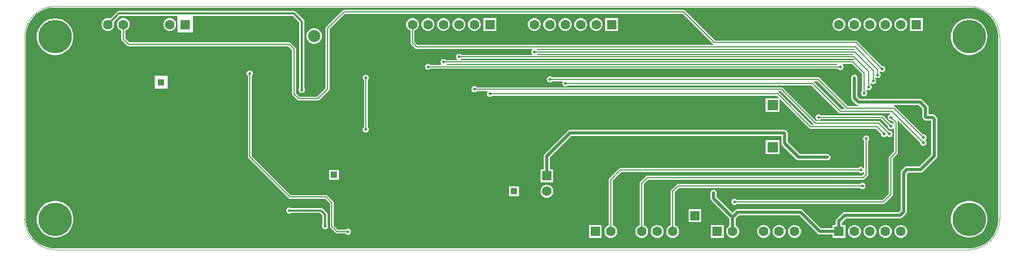
<source format=gbl>
G04*
G04 #@! TF.GenerationSoftware,Altium Limited,Altium Designer,23.8.1 (32)*
G04*
G04 Layer_Physical_Order=2*
G04 Layer_Color=16711680*
%FSAX44Y44*%
%MOMM*%
G71*
G04*
G04 #@! TF.SameCoordinates,78110BDE-5C4C-41F2-AE8D-2B4B6642ACCE*
G04*
G04*
G04 #@! TF.FilePolarity,Positive*
G04*
G01*
G75*
%ADD11C,0.3000*%
%ADD70C,0.1000*%
%ADD117C,0.5000*%
%ADD120C,0.1270*%
%ADD128C,2.0000*%
%ADD129C,1.1000*%
%ADD130R,1.1000X1.1000*%
%ADD131R,1.1000X1.1000*%
%ADD132R,1.6000X1.6000*%
%ADD133C,1.6000*%
%ADD134R,1.7250X1.7250*%
%ADD135R,1.6000X1.6000*%
%ADD136C,5.5000*%
%ADD137C,0.5000*%
G36*
X02850000Y02197961D02*
X02853144Y02197961D01*
X02859377Y02197140D01*
X02865450Y02195513D01*
X02871258Y02193107D01*
X02876703Y02189964D01*
X02881690Y02186136D01*
X02886136Y02181691D01*
X02889963Y02176703D01*
X02893107Y02171258D01*
X02895513Y02165450D01*
X02897140Y02159377D01*
X02897961Y02153143D01*
X02897961Y02150000D01*
Y01850000D01*
Y01846857D01*
X02897140Y01840623D01*
X02895513Y01834550D01*
X02893107Y01828742D01*
X02889964Y01823297D01*
X02886136Y01818309D01*
X02881691Y01813864D01*
X02876703Y01810036D01*
X02871258Y01806893D01*
X02865450Y01804487D01*
X02859377Y01802860D01*
X02853144Y01802039D01*
X02850000D01*
X01350000Y01802039D01*
X01346856Y01802039D01*
X01340623Y01802860D01*
X01334550Y01804487D01*
X01328742Y01806893D01*
X01323297Y01810036D01*
X01318309Y01813864D01*
X01313864Y01818309D01*
X01310036Y01823297D01*
X01306893Y01828742D01*
X01304487Y01834550D01*
X01302860Y01840623D01*
X01302039Y01846857D01*
Y01850000D01*
X01302039Y02150000D01*
Y02153143D01*
X01302860Y02159377D01*
X01304487Y02165450D01*
X01306893Y02171258D01*
X01310036Y02176703D01*
X01313864Y02181691D01*
X01318309Y02186136D01*
X01323297Y02189964D01*
X01328742Y02193107D01*
X01334550Y02195513D01*
X01340623Y02197140D01*
X01346856Y02197961D01*
X01350000Y02197961D01*
X02850000Y02197961D01*
D02*
G37*
%LPC*%
G36*
X02774000Y02180500D02*
X02753000D01*
Y02159500D01*
X02774000D01*
Y02180500D01*
D02*
G37*
G36*
X02739482D02*
X02736718D01*
X02734047Y02179784D01*
X02731653Y02178402D01*
X02729698Y02176447D01*
X02728316Y02174053D01*
X02727600Y02171382D01*
Y02168618D01*
X02728316Y02165947D01*
X02729698Y02163553D01*
X02731653Y02161598D01*
X02734047Y02160216D01*
X02736718Y02159500D01*
X02739482D01*
X02742153Y02160216D01*
X02744547Y02161598D01*
X02746502Y02163553D01*
X02747885Y02165947D01*
X02748600Y02168618D01*
Y02171382D01*
X02747885Y02174053D01*
X02746502Y02176447D01*
X02744547Y02178402D01*
X02742153Y02179784D01*
X02739482Y02180500D01*
D02*
G37*
G36*
X02714082D02*
X02711318D01*
X02708647Y02179784D01*
X02706253Y02178402D01*
X02704298Y02176447D01*
X02702916Y02174053D01*
X02702200Y02171382D01*
Y02168618D01*
X02702916Y02165947D01*
X02704298Y02163553D01*
X02706253Y02161598D01*
X02708647Y02160216D01*
X02711318Y02159500D01*
X02714082D01*
X02716753Y02160216D01*
X02719147Y02161598D01*
X02721102Y02163553D01*
X02722484Y02165947D01*
X02723200Y02168618D01*
Y02171382D01*
X02722484Y02174053D01*
X02721102Y02176447D01*
X02719147Y02178402D01*
X02716753Y02179784D01*
X02714082Y02180500D01*
D02*
G37*
G36*
X02688682D02*
X02685918D01*
X02683247Y02179784D01*
X02680853Y02178402D01*
X02678898Y02176447D01*
X02677516Y02174053D01*
X02676800Y02171382D01*
Y02168618D01*
X02677516Y02165947D01*
X02678898Y02163553D01*
X02680853Y02161598D01*
X02683247Y02160216D01*
X02685918Y02159500D01*
X02688682D01*
X02691353Y02160216D01*
X02693747Y02161598D01*
X02695702Y02163553D01*
X02697084Y02165947D01*
X02697800Y02168618D01*
Y02171382D01*
X02697084Y02174053D01*
X02695702Y02176447D01*
X02693747Y02178402D01*
X02691353Y02179784D01*
X02688682Y02180500D01*
D02*
G37*
G36*
X02663282D02*
X02660518D01*
X02657847Y02179784D01*
X02655453Y02178402D01*
X02653498Y02176447D01*
X02652115Y02174053D01*
X02651400Y02171382D01*
Y02168618D01*
X02652115Y02165947D01*
X02653498Y02163553D01*
X02655453Y02161598D01*
X02657847Y02160216D01*
X02660518Y02159500D01*
X02663282D01*
X02665953Y02160216D01*
X02668347Y02161598D01*
X02670302Y02163553D01*
X02671684Y02165947D01*
X02672400Y02168618D01*
Y02171382D01*
X02671684Y02174053D01*
X02670302Y02176447D01*
X02668347Y02178402D01*
X02665953Y02179784D01*
X02663282Y02180500D01*
D02*
G37*
G36*
X02637882D02*
X02635117D01*
X02632447Y02179784D01*
X02630053Y02178402D01*
X02628098Y02176447D01*
X02626716Y02174053D01*
X02626000Y02171382D01*
Y02168618D01*
X02626716Y02165947D01*
X02628098Y02163553D01*
X02630053Y02161598D01*
X02632447Y02160216D01*
X02635117Y02159500D01*
X02637882D01*
X02640553Y02160216D01*
X02642947Y02161598D01*
X02644902Y02163553D01*
X02646284Y02165947D01*
X02647000Y02168618D01*
Y02171382D01*
X02646284Y02174053D01*
X02644902Y02176447D01*
X02642947Y02178402D01*
X02640553Y02179784D01*
X02637882Y02180500D01*
D02*
G37*
G36*
X02274000D02*
X02253000D01*
Y02159500D01*
X02274000D01*
Y02180500D01*
D02*
G37*
G36*
X02239482D02*
X02236718D01*
X02234047Y02179784D01*
X02231653Y02178402D01*
X02229698Y02176447D01*
X02228316Y02174053D01*
X02227600Y02171382D01*
Y02168618D01*
X02228316Y02165947D01*
X02229698Y02163553D01*
X02231653Y02161598D01*
X02234047Y02160216D01*
X02236718Y02159500D01*
X02239482D01*
X02242153Y02160216D01*
X02244547Y02161598D01*
X02246502Y02163553D01*
X02247884Y02165947D01*
X02248600Y02168618D01*
Y02171382D01*
X02247884Y02174053D01*
X02246502Y02176447D01*
X02244547Y02178402D01*
X02242153Y02179784D01*
X02239482Y02180500D01*
D02*
G37*
G36*
X02214082D02*
X02211318D01*
X02208647Y02179784D01*
X02206253Y02178402D01*
X02204298Y02176447D01*
X02202916Y02174053D01*
X02202200Y02171382D01*
Y02168618D01*
X02202916Y02165947D01*
X02204298Y02163553D01*
X02206253Y02161598D01*
X02208647Y02160216D01*
X02211318Y02159500D01*
X02214082D01*
X02216753Y02160216D01*
X02219147Y02161598D01*
X02221102Y02163553D01*
X02222484Y02165947D01*
X02223200Y02168618D01*
Y02171382D01*
X02222484Y02174053D01*
X02221102Y02176447D01*
X02219147Y02178402D01*
X02216753Y02179784D01*
X02214082Y02180500D01*
D02*
G37*
G36*
X02188682D02*
X02185918D01*
X02183247Y02179784D01*
X02180853Y02178402D01*
X02178898Y02176447D01*
X02177516Y02174053D01*
X02176800Y02171382D01*
Y02168618D01*
X02177516Y02165947D01*
X02178898Y02163553D01*
X02180853Y02161598D01*
X02183247Y02160216D01*
X02185918Y02159500D01*
X02188682D01*
X02191353Y02160216D01*
X02193747Y02161598D01*
X02195702Y02163553D01*
X02197084Y02165947D01*
X02197800Y02168618D01*
Y02171382D01*
X02197084Y02174053D01*
X02195702Y02176447D01*
X02193747Y02178402D01*
X02191353Y02179784D01*
X02188682Y02180500D01*
D02*
G37*
G36*
X02163282D02*
X02160518D01*
X02157847Y02179784D01*
X02155453Y02178402D01*
X02153498Y02176447D01*
X02152116Y02174053D01*
X02151400Y02171382D01*
Y02168618D01*
X02152116Y02165947D01*
X02153498Y02163553D01*
X02155453Y02161598D01*
X02157847Y02160216D01*
X02160518Y02159500D01*
X02163282D01*
X02165953Y02160216D01*
X02168347Y02161598D01*
X02170302Y02163553D01*
X02171684Y02165947D01*
X02172400Y02168618D01*
Y02171382D01*
X02171684Y02174053D01*
X02170302Y02176447D01*
X02168347Y02178402D01*
X02165953Y02179784D01*
X02163282Y02180500D01*
D02*
G37*
G36*
X02137882D02*
X02135118D01*
X02132447Y02179784D01*
X02130053Y02178402D01*
X02128098Y02176447D01*
X02126716Y02174053D01*
X02126000Y02171382D01*
Y02168618D01*
X02126716Y02165947D01*
X02128098Y02163553D01*
X02130053Y02161598D01*
X02132447Y02160216D01*
X02135118Y02159500D01*
X02137882D01*
X02140553Y02160216D01*
X02142947Y02161598D01*
X02144902Y02163553D01*
X02146284Y02165947D01*
X02147000Y02168618D01*
Y02171382D01*
X02146284Y02174053D01*
X02144902Y02176447D01*
X02142947Y02178402D01*
X02140553Y02179784D01*
X02137882Y02180500D01*
D02*
G37*
G36*
X02074000D02*
X02053000D01*
Y02159500D01*
X02074000D01*
Y02180500D01*
D02*
G37*
G36*
X02039482D02*
X02036718D01*
X02034047Y02179784D01*
X02031653Y02178402D01*
X02029698Y02176447D01*
X02028316Y02174053D01*
X02027600Y02171382D01*
Y02168618D01*
X02028316Y02165947D01*
X02029698Y02163553D01*
X02031653Y02161598D01*
X02034047Y02160216D01*
X02036718Y02159500D01*
X02039482D01*
X02042153Y02160216D01*
X02044547Y02161598D01*
X02046502Y02163553D01*
X02047884Y02165947D01*
X02048600Y02168618D01*
Y02171382D01*
X02047884Y02174053D01*
X02046502Y02176447D01*
X02044547Y02178402D01*
X02042153Y02179784D01*
X02039482Y02180500D01*
D02*
G37*
G36*
X02014082D02*
X02011318D01*
X02008647Y02179784D01*
X02006253Y02178402D01*
X02004298Y02176447D01*
X02002916Y02174053D01*
X02002200Y02171382D01*
Y02168618D01*
X02002916Y02165947D01*
X02004298Y02163553D01*
X02006253Y02161598D01*
X02008647Y02160216D01*
X02011318Y02159500D01*
X02014082D01*
X02016753Y02160216D01*
X02019147Y02161598D01*
X02021102Y02163553D01*
X02022484Y02165947D01*
X02023200Y02168618D01*
Y02171382D01*
X02022484Y02174053D01*
X02021102Y02176447D01*
X02019147Y02178402D01*
X02016753Y02179784D01*
X02014082Y02180500D01*
D02*
G37*
G36*
X01988682D02*
X01985918D01*
X01983247Y02179784D01*
X01980853Y02178402D01*
X01978898Y02176447D01*
X01977516Y02174053D01*
X01976800Y02171382D01*
Y02168618D01*
X01977516Y02165947D01*
X01978898Y02163553D01*
X01980853Y02161598D01*
X01983247Y02160216D01*
X01985918Y02159500D01*
X01988682D01*
X01991353Y02160216D01*
X01993747Y02161598D01*
X01995702Y02163553D01*
X01997084Y02165947D01*
X01997800Y02168618D01*
Y02171382D01*
X01997084Y02174053D01*
X01995702Y02176447D01*
X01993747Y02178402D01*
X01991353Y02179784D01*
X01988682Y02180500D01*
D02*
G37*
G36*
X01963282D02*
X01960518D01*
X01957847Y02179784D01*
X01955453Y02178402D01*
X01953498Y02176447D01*
X01952116Y02174053D01*
X01951400Y02171382D01*
Y02168618D01*
X01952116Y02165947D01*
X01953498Y02163553D01*
X01955453Y02161598D01*
X01957847Y02160216D01*
X01960518Y02159500D01*
X01963282D01*
X01965953Y02160216D01*
X01968347Y02161598D01*
X01970302Y02163553D01*
X01971684Y02165947D01*
X01972400Y02168618D01*
Y02171382D01*
X01971684Y02174053D01*
X01970302Y02176447D01*
X01968347Y02178402D01*
X01965953Y02179784D01*
X01963282Y02180500D01*
D02*
G37*
G36*
X01539482D02*
X01536718D01*
X01534047Y02179784D01*
X01531653Y02178402D01*
X01529698Y02176447D01*
X01528316Y02174053D01*
X01527600Y02171382D01*
Y02168618D01*
X01528316Y02165947D01*
X01529698Y02163553D01*
X01531653Y02161598D01*
X01534047Y02160216D01*
X01536718Y02159500D01*
X01539482D01*
X01542153Y02160216D01*
X01544547Y02161598D01*
X01546502Y02163553D01*
X01547884Y02165947D01*
X01548600Y02168618D01*
Y02171382D01*
X01547884Y02174053D01*
X01546502Y02176447D01*
X01544547Y02178402D01*
X01542153Y02179784D01*
X01539482Y02180500D01*
D02*
G37*
G36*
X01776646Y02163500D02*
X01773354D01*
X01770175Y02162648D01*
X01767325Y02161003D01*
X01764998Y02158675D01*
X01763352Y02155825D01*
X01762500Y02152646D01*
Y02149354D01*
X01763352Y02146175D01*
X01764998Y02143325D01*
X01767325Y02140997D01*
X01770175Y02139352D01*
X01773354Y02138500D01*
X01776646D01*
X01779825Y02139352D01*
X01782675Y02140997D01*
X01785002Y02143325D01*
X01786648Y02146175D01*
X01787500Y02149354D01*
Y02152646D01*
X01786648Y02155825D01*
X01785002Y02158675D01*
X01782675Y02161003D01*
X01779825Y02162648D01*
X01776646Y02163500D01*
D02*
G37*
G36*
X02381250Y02193946D02*
X01824250D01*
X01823027Y02193703D01*
X01821990Y02193010D01*
X01794990Y02166010D01*
X01794297Y02164973D01*
X01794054Y02163750D01*
Y02065324D01*
X01780176Y02051446D01*
X01750824D01*
X01745446Y02056824D01*
Y02129500D01*
X01745203Y02130723D01*
X01744510Y02131760D01*
X01736760Y02139510D01*
X01735723Y02140203D01*
X01734500Y02140446D01*
X01471824D01*
X01465096Y02147174D01*
Y02159986D01*
X01465953Y02160216D01*
X01468347Y02161598D01*
X01470302Y02163553D01*
X01471684Y02165947D01*
X01472400Y02168618D01*
Y02171382D01*
X01471684Y02174053D01*
X01470302Y02176447D01*
X01468347Y02178402D01*
X01465953Y02179784D01*
X01463282Y02180500D01*
X01460518D01*
X01457847Y02179784D01*
X01455453Y02178402D01*
X01453498Y02176447D01*
X01452116Y02174053D01*
X01451400Y02171382D01*
Y02168618D01*
X01452116Y02165947D01*
X01453498Y02163553D01*
X01455453Y02161598D01*
X01457847Y02160216D01*
X01458704Y02159986D01*
Y02145850D01*
X01458947Y02144627D01*
X01459640Y02143590D01*
X01468240Y02134990D01*
X01469277Y02134297D01*
X01470500Y02134054D01*
X01733176D01*
X01739054Y02128176D01*
Y02055500D01*
X01739297Y02054277D01*
X01739990Y02053240D01*
X01747240Y02045990D01*
X01748277Y02045297D01*
X01749500Y02045054D01*
X01781500D01*
X01782723Y02045297D01*
X01783760Y02045990D01*
X01799510Y02061740D01*
X01800203Y02062777D01*
X01800446Y02064000D01*
Y02162426D01*
X01825574Y02187554D01*
X02379926D01*
X02429240Y02138240D01*
X02430277Y02137547D01*
X02430681Y02137466D01*
X02430556Y02136196D01*
X01944574D01*
X01939696Y02141074D01*
Y02159986D01*
X01940553Y02160216D01*
X01942947Y02161598D01*
X01944902Y02163553D01*
X01946284Y02165947D01*
X01947000Y02168618D01*
Y02171382D01*
X01946284Y02174053D01*
X01944902Y02176447D01*
X01942947Y02178402D01*
X01940553Y02179784D01*
X01937882Y02180500D01*
X01935118D01*
X01932447Y02179784D01*
X01930053Y02178402D01*
X01928098Y02176447D01*
X01926716Y02174053D01*
X01926000Y02171382D01*
Y02168618D01*
X01926716Y02165947D01*
X01928098Y02163553D01*
X01930053Y02161598D01*
X01932447Y02160216D01*
X01933304Y02159986D01*
Y02139750D01*
X01933547Y02138527D01*
X01934240Y02137490D01*
X01940990Y02130740D01*
X01942027Y02130047D01*
X01943250Y02129804D01*
X02132686D01*
X02133212Y02128534D01*
X02132261Y02127582D01*
X02131500Y02125745D01*
Y02123755D01*
X02132261Y02121918D01*
X02132962Y02121216D01*
X02132437Y02119946D01*
X02016625D01*
X02015582Y02120989D01*
X02013745Y02121750D01*
X02011755D01*
X02009918Y02120989D01*
X02008511Y02119582D01*
X02007750Y02117745D01*
Y02115755D01*
X02008511Y02113918D01*
X02009713Y02112716D01*
X02009491Y02111747D01*
X02009323Y02111446D01*
X01991125D01*
X01990082Y02112489D01*
X01988245Y02113250D01*
X01986255D01*
X01984418Y02112489D01*
X01983011Y02111082D01*
X01982250Y02109245D01*
Y02107256D01*
X01983011Y02105418D01*
X01983463Y02104966D01*
X01982937Y02103696D01*
X01965818D01*
X01964723Y02104791D01*
X01962885Y02105553D01*
X01960896D01*
X01959058Y02104791D01*
X01957652Y02103385D01*
X01956891Y02101547D01*
Y02099558D01*
X01957652Y02097720D01*
X01959058Y02096314D01*
X01960896Y02095553D01*
X01962885D01*
X01964723Y02096314D01*
X01965713Y02097304D01*
X02634625Y02097304D01*
X02635668Y02096261D01*
X02637505Y02095500D01*
X02639495D01*
X02641332Y02096261D01*
X02642739Y02097668D01*
X02643500Y02099505D01*
Y02101495D01*
X02642739Y02103332D01*
X02642288Y02103784D01*
X02642813Y02105054D01*
X02657926D01*
X02674304Y02088676D01*
Y02060875D01*
X02673261Y02059832D01*
X02672500Y02057995D01*
Y02056005D01*
X02673261Y02054168D01*
X02674668Y02052761D01*
X02676505Y02052000D01*
X02678495D01*
X02680332Y02052761D01*
X02681739Y02054168D01*
X02682500Y02056005D01*
Y02057995D01*
X02681739Y02059832D01*
X02680696Y02060875D01*
Y02062436D01*
X02681966Y02062962D01*
X02682168Y02062761D01*
X02684005Y02062000D01*
X02685995D01*
X02687832Y02062761D01*
X02689239Y02064168D01*
X02690000Y02066005D01*
Y02067995D01*
X02689239Y02069832D01*
X02688196Y02070875D01*
Y02072436D01*
X02689466Y02072962D01*
X02689668Y02072761D01*
X02691505Y02072000D01*
X02693495D01*
X02695332Y02072761D01*
X02696739Y02074168D01*
X02697500Y02076005D01*
Y02077995D01*
X02696739Y02079832D01*
X02695696Y02080875D01*
Y02082436D01*
X02696966Y02082962D01*
X02697168Y02082761D01*
X02699005Y02082000D01*
X02700995D01*
X02702832Y02082761D01*
X02704239Y02084168D01*
X02705000Y02086006D01*
Y02087995D01*
X02704239Y02089832D01*
X02703196Y02090875D01*
Y02092437D01*
X02704466Y02092962D01*
X02704668Y02092761D01*
X02706505Y02092000D01*
X02708495D01*
X02710332Y02092761D01*
X02711739Y02094168D01*
X02712500Y02096006D01*
Y02097995D01*
X02711739Y02099832D01*
X02710332Y02101239D01*
X02708495Y02102000D01*
X02707020D01*
X02666260Y02142760D01*
X02665223Y02143453D01*
X02664000Y02143696D01*
X02432824D01*
X02383510Y02193010D01*
X02382473Y02193703D01*
X02381250Y02193946D01*
D02*
G37*
G36*
X02852361Y02180000D02*
X02847639D01*
X02842975Y02179261D01*
X02838484Y02177802D01*
X02834277Y02175658D01*
X02830456Y02172883D01*
X02827117Y02169544D01*
X02824342Y02165723D01*
X02822198Y02161516D01*
X02820739Y02157025D01*
X02820000Y02152361D01*
Y02147639D01*
X02820739Y02142975D01*
X02822198Y02138484D01*
X02824342Y02134277D01*
X02827117Y02130456D01*
X02830456Y02127117D01*
X02834277Y02124342D01*
X02838484Y02122198D01*
X02842975Y02120739D01*
X02847639Y02120000D01*
X02852361D01*
X02857025Y02120739D01*
X02861516Y02122198D01*
X02865723Y02124342D01*
X02869544Y02127117D01*
X02872883Y02130456D01*
X02875658Y02134277D01*
X02877802Y02138484D01*
X02879261Y02142975D01*
X02880000Y02147639D01*
Y02152361D01*
X02879261Y02157025D01*
X02877802Y02161516D01*
X02875658Y02165723D01*
X02872883Y02169544D01*
X02869544Y02172883D01*
X02865723Y02175658D01*
X02861516Y02177802D01*
X02857025Y02179261D01*
X02852361Y02180000D01*
D02*
G37*
G36*
X01352361D02*
X01347639D01*
X01342975Y02179261D01*
X01338484Y02177802D01*
X01334277Y02175658D01*
X01330456Y02172883D01*
X01327117Y02169544D01*
X01324342Y02165723D01*
X01322198Y02161516D01*
X01320739Y02157025D01*
X01320000Y02152361D01*
Y02147639D01*
X01320739Y02142975D01*
X01322198Y02138484D01*
X01324342Y02134277D01*
X01327117Y02130456D01*
X01330456Y02127117D01*
X01334277Y02124342D01*
X01338484Y02122198D01*
X01342975Y02120739D01*
X01347639Y02120000D01*
X01352361D01*
X01357025Y02120739D01*
X01361516Y02122198D01*
X01365723Y02124342D01*
X01369544Y02127117D01*
X01372883Y02130456D01*
X01375658Y02134277D01*
X01377802Y02138484D01*
X01379261Y02142975D01*
X01380000Y02147639D01*
Y02152361D01*
X01379261Y02157025D01*
X01377802Y02161516D01*
X01375658Y02165723D01*
X01372883Y02169544D01*
X01369544Y02172883D01*
X01365723Y02175658D01*
X01361516Y02177802D01*
X01357025Y02179261D01*
X01352361Y02180000D01*
D02*
G37*
G36*
X01534500Y02085500D02*
X01513500D01*
Y02064500D01*
X01534500D01*
Y02085500D01*
D02*
G37*
G36*
X01742000Y02192078D02*
X01742000Y02192078D01*
X01454500D01*
X01452939Y02191768D01*
X01451616Y02190884D01*
X01451616Y02190884D01*
X01440524Y02179792D01*
X01437882Y02180500D01*
X01435118D01*
X01432447Y02179784D01*
X01430053Y02178402D01*
X01428098Y02176447D01*
X01426716Y02174053D01*
X01426000Y02171382D01*
Y02168618D01*
X01426716Y02165947D01*
X01428098Y02163553D01*
X01430053Y02161598D01*
X01432447Y02160216D01*
X01435118Y02159500D01*
X01437882D01*
X01440553Y02160216D01*
X01442947Y02161598D01*
X01444902Y02163553D01*
X01446284Y02165947D01*
X01447000Y02168618D01*
Y02171382D01*
X01446292Y02174024D01*
X01456189Y02183922D01*
X01549659D01*
X01550500Y02183000D01*
X01550500Y02182652D01*
Y02157000D01*
X01576500D01*
Y02182652D01*
X01576500Y02183000D01*
X01577341Y02183922D01*
X01740311D01*
X01750922Y02173311D01*
Y02065493D01*
X01750761Y02065332D01*
X01750000Y02063495D01*
Y02061505D01*
X01750761Y02059668D01*
X01752168Y02058261D01*
X01754005Y02057500D01*
X01755995D01*
X01757832Y02058261D01*
X01759239Y02059668D01*
X01760000Y02061505D01*
Y02063495D01*
X01759239Y02065332D01*
X01759078Y02065493D01*
Y02175000D01*
X01758768Y02176561D01*
X01757884Y02177884D01*
X01757884Y02177884D01*
X01744884Y02190884D01*
X01743561Y02191768D01*
X01743302Y02191819D01*
X01742000Y02192078D01*
D02*
G37*
G36*
X02661750Y02087598D02*
X02661258Y02087500D01*
X02660755D01*
X02660292Y02087308D01*
X02659799Y02087210D01*
X02659382Y02086931D01*
X02658918Y02086739D01*
X02658563Y02086384D01*
X02658145Y02086105D01*
X02657866Y02085687D01*
X02657511Y02085332D01*
X02657319Y02084868D01*
X02657040Y02084451D01*
X02656942Y02083958D01*
X02656750Y02083495D01*
Y02082993D01*
X02656652Y02082500D01*
Y02049000D01*
X02657040Y02047049D01*
X02658145Y02045395D01*
X02664895Y02038645D01*
X02666549Y02037540D01*
X02668176Y02037216D01*
X02668051Y02035946D01*
X02651074D01*
X02604760Y02082260D01*
X02603723Y02082953D01*
X02602500Y02083196D01*
X02165775D01*
X02164732Y02084239D01*
X02162895Y02085000D01*
X02160905D01*
X02159068Y02084239D01*
X02157661Y02082832D01*
X02156900Y02080995D01*
Y02079005D01*
X02157661Y02077168D01*
X02159068Y02075761D01*
X02160905Y02075000D01*
X02162895D01*
X02164732Y02075761D01*
X02165775Y02076804D01*
X02182073D01*
X02182784Y02075534D01*
X02182250Y02074245D01*
Y02072255D01*
X02183011Y02070418D01*
X02184418Y02069011D01*
X02186255Y02068250D01*
X02188244D01*
X02190082Y02069011D01*
X02191125Y02070054D01*
X02591426D01*
X02636490Y02024990D01*
X02637527Y02024297D01*
X02638750Y02024054D01*
X02720703D01*
X02720916Y02023733D01*
X02720926Y02023598D01*
X02720385Y02022243D01*
X02719168Y02021739D01*
X02717761Y02020332D01*
X02717000Y02018495D01*
Y02016505D01*
X02717761Y02014668D01*
X02719168Y02013261D01*
X02721005Y02012500D01*
X02722480D01*
X02726554Y02008426D01*
Y02006814D01*
X02725284Y02006288D01*
X02724832Y02006739D01*
X02722995Y02007500D01*
X02721520D01*
X02709260Y02019760D01*
X02708223Y02020453D01*
X02707000Y02020696D01*
X02606875D01*
X02605832Y02021739D01*
X02603995Y02022500D01*
X02602005D01*
X02600168Y02021739D01*
X02598761Y02020332D01*
X02598000Y02018495D01*
Y02016505D01*
X02598761Y02014668D01*
X02600168Y02013261D01*
X02602005Y02012500D01*
X02603995D01*
X02605832Y02013261D01*
X02606875Y02014304D01*
X02705676D01*
X02717000Y02002980D01*
Y02001505D01*
X02717761Y01999668D01*
X02719168Y01998261D01*
X02721005Y01997500D01*
X02722995D01*
X02724832Y01998261D01*
X02725284Y01998712D01*
X02726554Y01998186D01*
Y01960574D01*
X02719490Y01953510D01*
X02718797Y01952473D01*
X02718553Y01951250D01*
Y01892324D01*
X02707926Y01881696D01*
X02468625D01*
X02467582Y01882739D01*
X02465744Y01883500D01*
X02463755D01*
X02461918Y01882739D01*
X02460511Y01881332D01*
X02459750Y01879495D01*
Y01877505D01*
X02460511Y01875668D01*
X02461918Y01874261D01*
X02463755Y01873500D01*
X02465744D01*
X02467582Y01874261D01*
X02468625Y01875304D01*
X02709250D01*
X02710473Y01875547D01*
X02711510Y01876240D01*
X02724010Y01888740D01*
X02724703Y01889777D01*
X02724946Y01891000D01*
Y01949926D01*
X02732010Y01956990D01*
X02732703Y01958027D01*
X02732946Y01959250D01*
Y02009750D01*
X02732703Y02010973D01*
X02732185Y02011749D01*
X02733171Y02012558D01*
X02769750Y01975980D01*
Y01974505D01*
X02770511Y01972668D01*
X02771918Y01971261D01*
X02773755Y01970500D01*
X02775745D01*
X02777582Y01971261D01*
X02778989Y01972668D01*
X02779750Y01974505D01*
Y01976495D01*
X02778989Y01978332D01*
X02778151Y01979170D01*
X02777719Y01980000D01*
X02778151Y01980830D01*
X02778989Y01981668D01*
X02779750Y01983506D01*
Y01985495D01*
X02778989Y01987332D01*
X02777582Y01988739D01*
X02775745Y01989500D01*
X02774270D01*
X02728760Y02035010D01*
X02727723Y02035703D01*
X02726824Y02035882D01*
X02726949Y02037152D01*
X02767388D01*
X02773652Y02030888D01*
Y02017500D01*
X02773750Y02017007D01*
Y02016505D01*
X02773942Y02016042D01*
X02774040Y02015549D01*
X02774319Y02015132D01*
X02774511Y02014668D01*
X02774866Y02014313D01*
X02775145Y02013895D01*
X02775563Y02013616D01*
X02775918Y02013261D01*
X02776382Y02013069D01*
X02776799Y02012790D01*
X02777292Y02012692D01*
X02777755Y02012500D01*
X02778257D01*
X02778750Y02012402D01*
X02787652D01*
Y01955862D01*
X02768888Y01937098D01*
X02748250D01*
X02746299Y01936710D01*
X02744645Y01935605D01*
X02739145Y01930105D01*
X02738040Y01928451D01*
X02737652Y01926500D01*
Y01900000D01*
Y01864612D01*
X02734888Y01861848D01*
X02646500D01*
X02644549Y01861460D01*
X02642895Y01860355D01*
X02632895Y01850355D01*
X02631790Y01848701D01*
X02631402Y01846750D01*
Y01840500D01*
X02626000D01*
Y01835098D01*
X02606862D01*
X02576855Y01865105D01*
X02575201Y01866210D01*
X02573250Y01866598D01*
X02470400D01*
X02468449Y01866210D01*
X02466795Y01865105D01*
X02461900Y01860210D01*
X02457005Y01865105D01*
X02457005Y01865105D01*
X02435598Y01886512D01*
Y01893250D01*
X02435500Y01893743D01*
Y01894245D01*
X02435308Y01894708D01*
X02435210Y01895201D01*
X02434931Y01895618D01*
X02434739Y01896082D01*
X02434384Y01896437D01*
X02434105Y01896855D01*
X02433687Y01897134D01*
X02433332Y01897489D01*
X02432868Y01897681D01*
X02432451Y01897960D01*
X02431958Y01898058D01*
X02431495Y01898250D01*
X02430992D01*
X02430500Y01898348D01*
X02430007Y01898250D01*
X02429505D01*
X02429042Y01898058D01*
X02428549Y01897960D01*
X02428132Y01897681D01*
X02427668Y01897489D01*
X02427313Y01897134D01*
X02426895Y01896855D01*
X02426616Y01896437D01*
X02426261Y01896082D01*
X02426069Y01895618D01*
X02425790Y01895201D01*
X02425692Y01894708D01*
X02425500Y01894245D01*
Y01893743D01*
X02425402Y01893250D01*
Y01884400D01*
X02425790Y01882449D01*
X02426895Y01880795D01*
X02449795Y01857895D01*
X02449795Y01857895D01*
X02456802Y01850888D01*
Y01839181D01*
X02455453Y01838402D01*
X02453498Y01836447D01*
X02452116Y01834053D01*
X02451400Y01831382D01*
Y01828618D01*
X02452116Y01825947D01*
X02453498Y01823553D01*
X02455453Y01821598D01*
X02457847Y01820216D01*
X02460518Y01819500D01*
X02463282D01*
X02465953Y01820216D01*
X02468347Y01821598D01*
X02470302Y01823553D01*
X02471684Y01825947D01*
X02472400Y01828618D01*
Y01831382D01*
X02471684Y01834053D01*
X02470302Y01836447D01*
X02468347Y01838402D01*
X02466998Y01839181D01*
Y01850888D01*
X02472512Y01856402D01*
X02571138D01*
X02601145Y01826395D01*
X02602799Y01825290D01*
X02604750Y01824902D01*
X02626000D01*
Y01819500D01*
X02647000D01*
Y01840500D01*
X02641598D01*
Y01844638D01*
X02648611Y01851652D01*
X02737000D01*
X02738951Y01852040D01*
X02740605Y01853145D01*
X02746355Y01858895D01*
X02747460Y01860549D01*
X02747848Y01862500D01*
Y01900000D01*
Y01924388D01*
X02750362Y01926902D01*
X02771000D01*
X02772951Y01927290D01*
X02774605Y01928395D01*
X02796355Y01950145D01*
X02797460Y01951799D01*
X02797848Y01953750D01*
Y02014571D01*
X02797460Y02016522D01*
X02796355Y02018176D01*
X02793426Y02021105D01*
X02791772Y02022210D01*
X02789821Y02022598D01*
X02783848D01*
Y02033000D01*
X02783460Y02034951D01*
X02782355Y02036605D01*
X02773105Y02045855D01*
X02771451Y02046960D01*
X02769500Y02047348D01*
X02670612D01*
X02666848Y02051112D01*
Y02082500D01*
X02666750Y02082993D01*
Y02083495D01*
X02666558Y02083958D01*
X02666460Y02084451D01*
X02666181Y02084868D01*
X02665989Y02085332D01*
X02665634Y02085687D01*
X02665355Y02086105D01*
X02664937Y02086384D01*
X02664582Y02086739D01*
X02664118Y02086931D01*
X02663701Y02087210D01*
X02663208Y02087308D01*
X02662745Y02087500D01*
X02662242D01*
X02661750Y02087598D01*
D02*
G37*
G36*
X01860995Y02087500D02*
X01859005D01*
X01857168Y02086739D01*
X01855761Y02085332D01*
X01855000Y02083495D01*
Y02081505D01*
X01855761Y02079668D01*
X01856804Y02078625D01*
Y02001375D01*
X01855761Y02000332D01*
X01855000Y01998495D01*
Y01996505D01*
X01855761Y01994668D01*
X01857168Y01993261D01*
X01859005Y01992500D01*
X01860995D01*
X01862832Y01993261D01*
X01864239Y01994668D01*
X01865000Y01996505D01*
Y01998495D01*
X01864239Y02000332D01*
X01863196Y02001375D01*
Y02078625D01*
X01864239Y02079668D01*
X01865000Y02081505D01*
Y02083495D01*
X01864239Y02085332D01*
X01862832Y02086739D01*
X01860995Y02087500D01*
D02*
G37*
G36*
X02039245Y02068500D02*
X02037255D01*
X02035418Y02067739D01*
X02034011Y02066332D01*
X02033250Y02064495D01*
Y02062505D01*
X02034011Y02060668D01*
X02035418Y02059261D01*
X02037255Y02058500D01*
X02039245D01*
X02041082Y02059261D01*
X02042125Y02060304D01*
X02058936D01*
X02059462Y02059034D01*
X02059261Y02058832D01*
X02058500Y02056995D01*
Y02055005D01*
X02059261Y02053168D01*
X02060668Y02051761D01*
X02062505Y02051000D01*
X02064495D01*
X02066332Y02051761D01*
X02067375Y02052804D01*
X02534676D01*
X02537270Y02050210D01*
X02536743Y02048940D01*
X02516288D01*
Y02026690D01*
X02538538D01*
Y02047146D01*
X02539808Y02047672D01*
X02587740Y01999740D01*
X02588777Y01999047D01*
X02590000Y01998804D01*
X02697166D01*
X02705500Y01990470D01*
Y01988996D01*
X02706261Y01987158D01*
X02707668Y01985751D01*
X02709505Y01984990D01*
X02711494D01*
X02713332Y01985751D01*
X02714170Y01986589D01*
X02715000Y01987022D01*
X02715829Y01986589D01*
X02716668Y01985751D01*
X02718505Y01984990D01*
X02720494D01*
X02722332Y01985751D01*
X02723739Y01987158D01*
X02724500Y01988996D01*
Y01990985D01*
X02723739Y01992822D01*
X02722332Y01994229D01*
X02720494Y01994990D01*
X02719020D01*
X02703750Y02010260D01*
X02702713Y02010953D01*
X02701490Y02011196D01*
X02599074D01*
X02544510Y02065760D01*
X02543473Y02066453D01*
X02542250Y02066696D01*
X02042125D01*
X02041082Y02067739D01*
X02039245Y02068500D01*
D02*
G37*
G36*
X02538538Y01979626D02*
X02516288D01*
Y01957376D01*
X02538538D01*
Y01979626D01*
D02*
G37*
G36*
X02547000Y01996848D02*
X02195000D01*
X02193049Y01996460D01*
X02191395Y01995355D01*
X02153395Y01957355D01*
X02152290Y01955701D01*
X02151902Y01953750D01*
Y01931900D01*
X02146500D01*
Y01910900D01*
X02167500D01*
Y01931900D01*
X02162098D01*
Y01951638D01*
X02197112Y01986652D01*
X02541902D01*
Y01975250D01*
X02542290Y01973299D01*
X02543395Y01971645D01*
X02566895Y01948145D01*
X02568549Y01947040D01*
X02570500Y01946652D01*
X02617500D01*
X02617993Y01946750D01*
X02618495D01*
X02618958Y01946942D01*
X02619451Y01947040D01*
X02619868Y01947319D01*
X02620332Y01947511D01*
X02620687Y01947866D01*
X02621105Y01948145D01*
X02621384Y01948563D01*
X02621739Y01948918D01*
X02621931Y01949382D01*
X02622210Y01949799D01*
X02622308Y01950292D01*
X02622500Y01950755D01*
Y01951257D01*
X02622598Y01951750D01*
X02622500Y01952242D01*
Y01952745D01*
X02622308Y01953208D01*
X02622210Y01953701D01*
X02621931Y01954118D01*
X02621739Y01954582D01*
X02621384Y01954937D01*
X02621105Y01955355D01*
X02620687Y01955634D01*
X02620332Y01955989D01*
X02619868Y01956181D01*
X02619451Y01956460D01*
X02618958Y01956558D01*
X02618495Y01956750D01*
X02617993D01*
X02617500Y01956848D01*
X02572612D01*
X02552098Y01977362D01*
Y01991750D01*
X02552000Y01992242D01*
Y01992745D01*
X02551808Y01993208D01*
X02551710Y01993701D01*
X02551431Y01994118D01*
X02551239Y01994582D01*
X02550884Y01994937D01*
X02550605Y01995355D01*
X02550187Y01995634D01*
X02549832Y01995989D01*
X02549368Y01996181D01*
X02548951Y01996460D01*
X02548458Y01996558D01*
X02547995Y01996750D01*
X02547493D01*
X02547000Y01996848D01*
D02*
G37*
G36*
X02682245Y01987500D02*
X02680255D01*
X02678418Y01986739D01*
X02677011Y01985332D01*
X02676250Y01983495D01*
Y01981505D01*
X02677011Y01979668D01*
X02678054Y01978625D01*
Y01933727D01*
X02676784Y01933474D01*
X02676739Y01933582D01*
X02675332Y01934989D01*
X02673495Y01935750D01*
X02671505D01*
X02669668Y01934989D01*
X02668625Y01933946D01*
X02277500D01*
X02276277Y01933703D01*
X02275240Y01933010D01*
X02259640Y01917410D01*
X02258947Y01916373D01*
X02258704Y01915150D01*
Y01840014D01*
X02257847Y01839784D01*
X02255453Y01838402D01*
X02253498Y01836447D01*
X02252116Y01834053D01*
X02251400Y01831382D01*
Y01828618D01*
X02252116Y01825947D01*
X02253498Y01823553D01*
X02255453Y01821598D01*
X02257847Y01820216D01*
X02260518Y01819500D01*
X02263282D01*
X02265953Y01820216D01*
X02268347Y01821598D01*
X02270302Y01823553D01*
X02271684Y01825947D01*
X02272400Y01828618D01*
Y01831382D01*
X02271684Y01834053D01*
X02270302Y01836447D01*
X02268347Y01838402D01*
X02265953Y01839784D01*
X02265096Y01840014D01*
Y01913826D01*
X02278824Y01927554D01*
X02668625D01*
X02669668Y01926511D01*
X02671505Y01925750D01*
X02673495D01*
X02675332Y01926511D01*
X02676739Y01927918D01*
X02676784Y01928026D01*
X02678054Y01927773D01*
Y01924824D01*
X02674676Y01921446D01*
X02322000D01*
X02320777Y01921203D01*
X02319740Y01920510D01*
X02310440Y01911210D01*
X02309747Y01910173D01*
X02309504Y01908950D01*
Y01840014D01*
X02308647Y01839784D01*
X02306253Y01838402D01*
X02304298Y01836447D01*
X02302916Y01834053D01*
X02302200Y01831382D01*
Y01828618D01*
X02302916Y01825947D01*
X02304298Y01823553D01*
X02306253Y01821598D01*
X02308647Y01820216D01*
X02311318Y01819500D01*
X02314082D01*
X02316753Y01820216D01*
X02319147Y01821598D01*
X02321102Y01823553D01*
X02322484Y01825947D01*
X02323200Y01828618D01*
Y01831382D01*
X02322484Y01834053D01*
X02321102Y01836447D01*
X02319147Y01838402D01*
X02316753Y01839784D01*
X02315896Y01840014D01*
Y01907626D01*
X02323324Y01915054D01*
X02676000D01*
X02677223Y01915297D01*
X02678260Y01915990D01*
X02683510Y01921240D01*
X02684203Y01922277D01*
X02684446Y01923500D01*
Y01978625D01*
X02685489Y01979668D01*
X02686250Y01981505D01*
Y01983495D01*
X02685489Y01985332D01*
X02684082Y01986739D01*
X02682245Y01987500D01*
D02*
G37*
G36*
X01815500Y01931000D02*
X01799500D01*
Y01915000D01*
X01815500D01*
Y01931000D01*
D02*
G37*
G36*
X02675745Y01909750D02*
X02673755D01*
X02671918Y01908989D01*
X02670875Y01907946D01*
X02372250D01*
X02371027Y01907703D01*
X02369990Y01907010D01*
X02361240Y01898260D01*
X02360547Y01897223D01*
X02360304Y01896000D01*
Y01840014D01*
X02359447Y01839784D01*
X02357053Y01838402D01*
X02355098Y01836447D01*
X02353716Y01834053D01*
X02353000Y01831382D01*
Y01828618D01*
X02353716Y01825947D01*
X02355098Y01823553D01*
X02357053Y01821598D01*
X02359447Y01820216D01*
X02362118Y01819500D01*
X02364882D01*
X02367553Y01820216D01*
X02369947Y01821598D01*
X02371902Y01823553D01*
X02373284Y01825947D01*
X02374000Y01828618D01*
Y01831382D01*
X02373284Y01834053D01*
X02371902Y01836447D01*
X02369947Y01838402D01*
X02367553Y01839784D01*
X02366696Y01840014D01*
Y01894676D01*
X02373574Y01901554D01*
X02670875D01*
X02671918Y01900511D01*
X02673755Y01899750D01*
X02675745D01*
X02677582Y01900511D01*
X02678989Y01901918D01*
X02679750Y01903755D01*
Y01905745D01*
X02678989Y01907582D01*
X02677582Y01908989D01*
X02675745Y01909750D01*
D02*
G37*
G36*
X02111000Y01904000D02*
X02095000D01*
Y01888000D01*
X02111000D01*
Y01904000D01*
D02*
G37*
G36*
X02158382Y01906500D02*
X02155618D01*
X02152947Y01905784D01*
X02150553Y01904402D01*
X02148598Y01902447D01*
X02147216Y01900053D01*
X02146500Y01897382D01*
Y01894618D01*
X02147216Y01891947D01*
X02148598Y01889553D01*
X02150553Y01887598D01*
X02152947Y01886216D01*
X02155618Y01885500D01*
X02158382D01*
X02161053Y01886216D01*
X02163447Y01887598D01*
X02165402Y01889553D01*
X02166784Y01891947D01*
X02167500Y01894618D01*
Y01897382D01*
X02166784Y01900053D01*
X02165402Y01902447D01*
X02163447Y01904402D01*
X02161053Y01905784D01*
X02158382Y01906500D01*
D02*
G37*
G36*
X02410500Y01866200D02*
X02389500D01*
Y01845200D01*
X02410500D01*
Y01866200D01*
D02*
G37*
G36*
X01735045Y01869300D02*
X01733055D01*
X01731218Y01868539D01*
X01729811Y01867132D01*
X01729050Y01865295D01*
Y01863306D01*
X01729811Y01861468D01*
X01731218Y01860061D01*
X01733055Y01859300D01*
X01735045D01*
X01736882Y01860061D01*
X01737043Y01860222D01*
X01784761D01*
X01788922Y01856061D01*
Y01841493D01*
X01788761Y01841332D01*
X01788000Y01839495D01*
Y01837505D01*
X01788761Y01835668D01*
X01790168Y01834261D01*
X01792005Y01833500D01*
X01793995D01*
X01795832Y01834261D01*
X01797239Y01835668D01*
X01798000Y01837505D01*
Y01839495D01*
X01797239Y01841332D01*
X01797078Y01841493D01*
Y01857750D01*
X01797078Y01857750D01*
X01796768Y01859311D01*
X01795884Y01860634D01*
X01795884Y01860634D01*
X01789334Y01867184D01*
X01788011Y01868068D01*
X01786450Y01868378D01*
X01786450Y01868378D01*
X01737043D01*
X01736882Y01868539D01*
X01735045Y01869300D01*
D02*
G37*
G36*
X01670495Y02094500D02*
X01668505D01*
X01666668Y02093739D01*
X01665261Y02092332D01*
X01664500Y02090495D01*
Y02088505D01*
X01665261Y02086668D01*
X01666304Y02085625D01*
Y01952500D01*
X01666547Y01951277D01*
X01667240Y01950240D01*
X01733240Y01884240D01*
X01734277Y01883547D01*
X01735500Y01883304D01*
X01793426D01*
X01801054Y01875676D01*
Y01838250D01*
X01801297Y01837027D01*
X01801990Y01835990D01*
X01810740Y01827240D01*
X01811777Y01826547D01*
X01813000Y01826304D01*
X01826625D01*
X01827668Y01825261D01*
X01829505Y01824500D01*
X01831495D01*
X01833332Y01825261D01*
X01834739Y01826668D01*
X01835500Y01828505D01*
Y01830495D01*
X01834739Y01832332D01*
X01833332Y01833739D01*
X01831495Y01834500D01*
X01829505D01*
X01827668Y01833739D01*
X01826625Y01832696D01*
X01814324D01*
X01807446Y01839574D01*
Y01877000D01*
X01807203Y01878223D01*
X01806510Y01879260D01*
X01797010Y01888760D01*
X01795973Y01889453D01*
X01794750Y01889696D01*
X01736824D01*
X01672696Y01953824D01*
Y02085625D01*
X01673739Y02086668D01*
X01674500Y02088505D01*
Y02090495D01*
X01673739Y02092332D01*
X01672332Y02093739D01*
X01670495Y02094500D01*
D02*
G37*
G36*
X02852361Y01880000D02*
X02847639D01*
X02842975Y01879261D01*
X02838484Y01877802D01*
X02834277Y01875658D01*
X02830456Y01872883D01*
X02827117Y01869544D01*
X02824342Y01865723D01*
X02822198Y01861516D01*
X02820739Y01857025D01*
X02820000Y01852361D01*
Y01847639D01*
X02820739Y01842975D01*
X02822198Y01838484D01*
X02824342Y01834277D01*
X02827117Y01830456D01*
X02830456Y01827117D01*
X02834277Y01824342D01*
X02838484Y01822198D01*
X02842975Y01820739D01*
X02847639Y01820000D01*
X02852361D01*
X02857025Y01820739D01*
X02861516Y01822198D01*
X02865723Y01824342D01*
X02869544Y01827117D01*
X02872883Y01830456D01*
X02875658Y01834277D01*
X02877802Y01838484D01*
X02879261Y01842975D01*
X02880000Y01847639D01*
Y01852361D01*
X02879261Y01857025D01*
X02877802Y01861516D01*
X02875658Y01865723D01*
X02872883Y01869544D01*
X02869544Y01872883D01*
X02865723Y01875658D01*
X02861516Y01877802D01*
X02857025Y01879261D01*
X02852361Y01880000D01*
D02*
G37*
G36*
X01352361D02*
X01347639D01*
X01342975Y01879261D01*
X01338484Y01877802D01*
X01334277Y01875658D01*
X01330456Y01872883D01*
X01327117Y01869544D01*
X01324342Y01865723D01*
X01322198Y01861516D01*
X01320739Y01857025D01*
X01320000Y01852361D01*
Y01847639D01*
X01320739Y01842975D01*
X01322198Y01838484D01*
X01324342Y01834277D01*
X01327117Y01830456D01*
X01330456Y01827117D01*
X01334277Y01824342D01*
X01338484Y01822198D01*
X01342975Y01820739D01*
X01347639Y01820000D01*
X01352361D01*
X01357025Y01820739D01*
X01361516Y01822198D01*
X01365723Y01824342D01*
X01369544Y01827117D01*
X01372883Y01830456D01*
X01375658Y01834277D01*
X01377802Y01838484D01*
X01379261Y01842975D01*
X01380000Y01847639D01*
Y01852361D01*
X01379261Y01857025D01*
X01377802Y01861516D01*
X01375658Y01865723D01*
X01372883Y01869544D01*
X01369544Y01872883D01*
X01365723Y01875658D01*
X01361516Y01877802D01*
X01357025Y01879261D01*
X01352361Y01880000D01*
D02*
G37*
G36*
X02739482Y01840500D02*
X02736718D01*
X02734047Y01839784D01*
X02731653Y01838402D01*
X02729698Y01836447D01*
X02728316Y01834053D01*
X02727600Y01831382D01*
Y01828618D01*
X02728316Y01825947D01*
X02729698Y01823553D01*
X02731653Y01821598D01*
X02734047Y01820216D01*
X02736718Y01819500D01*
X02739482D01*
X02742153Y01820216D01*
X02744547Y01821598D01*
X02746502Y01823553D01*
X02747885Y01825947D01*
X02748600Y01828618D01*
Y01831382D01*
X02747885Y01834053D01*
X02746502Y01836447D01*
X02744547Y01838402D01*
X02742153Y01839784D01*
X02739482Y01840500D01*
D02*
G37*
G36*
X02714082D02*
X02711318D01*
X02708647Y01839784D01*
X02706253Y01838402D01*
X02704298Y01836447D01*
X02702916Y01834053D01*
X02702200Y01831382D01*
Y01828618D01*
X02702916Y01825947D01*
X02704298Y01823553D01*
X02706253Y01821598D01*
X02708647Y01820216D01*
X02711318Y01819500D01*
X02714082D01*
X02716753Y01820216D01*
X02719147Y01821598D01*
X02721102Y01823553D01*
X02722484Y01825947D01*
X02723200Y01828618D01*
Y01831382D01*
X02722484Y01834053D01*
X02721102Y01836447D01*
X02719147Y01838402D01*
X02716753Y01839784D01*
X02714082Y01840500D01*
D02*
G37*
G36*
X02688682D02*
X02685918D01*
X02683247Y01839784D01*
X02680853Y01838402D01*
X02678898Y01836447D01*
X02677516Y01834053D01*
X02676800Y01831382D01*
Y01828618D01*
X02677516Y01825947D01*
X02678898Y01823553D01*
X02680853Y01821598D01*
X02683247Y01820216D01*
X02685918Y01819500D01*
X02688682D01*
X02691353Y01820216D01*
X02693747Y01821598D01*
X02695702Y01823553D01*
X02697084Y01825947D01*
X02697800Y01828618D01*
Y01831382D01*
X02697084Y01834053D01*
X02695702Y01836447D01*
X02693747Y01838402D01*
X02691353Y01839784D01*
X02688682Y01840500D01*
D02*
G37*
G36*
X02663282D02*
X02660518D01*
X02657847Y01839784D01*
X02655453Y01838402D01*
X02653498Y01836447D01*
X02652115Y01834053D01*
X02651400Y01831382D01*
Y01828618D01*
X02652115Y01825947D01*
X02653498Y01823553D01*
X02655453Y01821598D01*
X02657847Y01820216D01*
X02660518Y01819500D01*
X02663282D01*
X02665953Y01820216D01*
X02668347Y01821598D01*
X02670302Y01823553D01*
X02671684Y01825947D01*
X02672400Y01828618D01*
Y01831382D01*
X02671684Y01834053D01*
X02670302Y01836447D01*
X02668347Y01838402D01*
X02665953Y01839784D01*
X02663282Y01840500D01*
D02*
G37*
G36*
X02564882D02*
X02562118D01*
X02559447Y01839784D01*
X02557053Y01838402D01*
X02555098Y01836447D01*
X02553716Y01834053D01*
X02553000Y01831382D01*
Y01828618D01*
X02553716Y01825947D01*
X02555098Y01823553D01*
X02557053Y01821598D01*
X02559447Y01820216D01*
X02562118Y01819500D01*
X02564882D01*
X02567553Y01820216D01*
X02569947Y01821598D01*
X02571902Y01823553D01*
X02573284Y01825947D01*
X02574000Y01828618D01*
Y01831382D01*
X02573284Y01834053D01*
X02571902Y01836447D01*
X02569947Y01838402D01*
X02567553Y01839784D01*
X02564882Y01840500D01*
D02*
G37*
G36*
X02539482D02*
X02536718D01*
X02534047Y01839784D01*
X02531653Y01838402D01*
X02529698Y01836447D01*
X02528316Y01834053D01*
X02527600Y01831382D01*
Y01828618D01*
X02528316Y01825947D01*
X02529698Y01823553D01*
X02531653Y01821598D01*
X02534047Y01820216D01*
X02536718Y01819500D01*
X02539482D01*
X02542153Y01820216D01*
X02544547Y01821598D01*
X02546502Y01823553D01*
X02547884Y01825947D01*
X02548600Y01828618D01*
Y01831382D01*
X02547884Y01834053D01*
X02546502Y01836447D01*
X02544547Y01838402D01*
X02542153Y01839784D01*
X02539482Y01840500D01*
D02*
G37*
G36*
X02514082D02*
X02511318D01*
X02508647Y01839784D01*
X02506253Y01838402D01*
X02504298Y01836447D01*
X02502916Y01834053D01*
X02502200Y01831382D01*
Y01828618D01*
X02502916Y01825947D01*
X02504298Y01823553D01*
X02506253Y01821598D01*
X02508647Y01820216D01*
X02511318Y01819500D01*
X02514082D01*
X02516753Y01820216D01*
X02519147Y01821598D01*
X02521102Y01823553D01*
X02522484Y01825947D01*
X02523200Y01828618D01*
Y01831382D01*
X02522484Y01834053D01*
X02521102Y01836447D01*
X02519147Y01838402D01*
X02516753Y01839784D01*
X02514082Y01840500D01*
D02*
G37*
G36*
X02447000D02*
X02426000D01*
Y01819500D01*
X02447000D01*
Y01840500D01*
D02*
G37*
G36*
X02339482D02*
X02336718D01*
X02334047Y01839784D01*
X02331653Y01838402D01*
X02329698Y01836447D01*
X02328316Y01834053D01*
X02327600Y01831382D01*
Y01828618D01*
X02328316Y01825947D01*
X02329698Y01823553D01*
X02331653Y01821598D01*
X02334047Y01820216D01*
X02336718Y01819500D01*
X02339482D01*
X02342153Y01820216D01*
X02344547Y01821598D01*
X02346502Y01823553D01*
X02347884Y01825947D01*
X02348600Y01828618D01*
Y01831382D01*
X02347884Y01834053D01*
X02346502Y01836447D01*
X02344547Y01838402D01*
X02342153Y01839784D01*
X02339482Y01840500D01*
D02*
G37*
G36*
X02247000D02*
X02226000D01*
Y01819500D01*
X02247000D01*
Y01840500D01*
D02*
G37*
%LPD*%
G36*
X02661828Y02129179D02*
X02661207Y02127946D01*
X02140860D01*
X02140412Y02128534D01*
X02141041Y02129804D01*
X02661299D01*
X02661828Y02129179D01*
D02*
G37*
G36*
X02660013Y02121216D02*
X02659330Y02119946D01*
X02141726D01*
X02141047Y02121216D01*
X02141272Y02121554D01*
X02659790D01*
X02660013Y02121216D01*
D02*
G37*
G36*
X02660901Y02112328D02*
X02660170Y02111263D01*
X02659250Y02111446D01*
X02016177D01*
X02016009Y02111747D01*
X02015809Y02112621D01*
X02016632Y02113554D01*
X02659676D01*
X02660901Y02112328D01*
D02*
G37*
G36*
X02633432Y02103784D02*
X02633374Y02103696D01*
X01992997Y02103696D01*
X01992318Y02104966D01*
X01992376Y02105054D01*
X02632753D01*
X02633432Y02103784D01*
D02*
G37*
G36*
X02646263Y02031716D02*
X02645737Y02030446D01*
X02640074D01*
X02595010Y02075510D01*
X02594975Y02075534D01*
X02595360Y02076804D01*
X02601176D01*
X02646263Y02031716D01*
D02*
G37*
G36*
X02594763Y02006466D02*
X02594237Y02005196D01*
X02591324D01*
X02538260Y02058260D01*
X02537223Y02058953D01*
X02536819Y02059034D01*
X02536944Y02060304D01*
X02540926D01*
X02594763Y02006466D01*
D02*
G37*
D11*
X01742000Y02188000D02*
X01755000Y02175000D01*
X01436500Y02170000D02*
X01454500Y02188000D01*
X01742000D01*
X01786450Y01864300D02*
X01793000Y01857750D01*
X01734050Y01864300D02*
X01786450D01*
X01793000Y01838500D02*
Y01857750D01*
X01755000Y02062500D02*
Y02175000D01*
D70*
X01300000Y01850000D02*
G03*
X01350000Y01800000I00050000J00000000D01*
G01*
X02850000D02*
G03*
X02900000Y01850000I00000000J00050000D01*
G01*
X01350000Y02200000D02*
G03*
X01300000Y02150000I00000000J-00050000D01*
G01*
X02900000D02*
G03*
X02850000Y02200000I-00050000J00000000D01*
G01*
X01350000D02*
X02850000Y02200000D01*
X01300000Y01850000D02*
X01300000Y02150000D01*
X01350000Y01800000D02*
X02850000Y01800000D01*
X02900000Y02150000D02*
X02900000Y01850000D01*
D117*
X02157000Y01953750D02*
X02195000Y01991750D01*
X02157000Y01921400D02*
Y01953750D01*
X02195000Y01991750D02*
X02547000D01*
Y01975250D02*
Y01991750D01*
X02570500Y01951750D02*
X02617500D01*
X02547000Y01975250D02*
X02570500Y01951750D01*
X02470400Y01861500D02*
X02573250D01*
X02604750Y01830000D02*
X02636500D01*
X02573250Y01861500D02*
X02604750Y01830000D01*
X02430500Y01884400D02*
X02453400Y01861500D01*
X02430500Y01884400D02*
Y01893250D01*
X02453400Y01861500D02*
X02461900Y01853000D01*
X02453400Y01861500D02*
Y01861500D01*
X02461900Y01853000D02*
X02470400Y01861500D01*
X02461900Y01830000D02*
Y01853000D01*
X02789821Y02017500D02*
X02792750Y02014571D01*
Y01953750D02*
Y02014571D01*
X02778750Y02017500D02*
X02789821D01*
X02778750D02*
Y02033000D01*
X02771000Y01932000D02*
X02792750Y01953750D01*
X02748250Y01932000D02*
X02771000D01*
X02742750Y01926500D02*
X02748250Y01932000D01*
X02742750Y01900000D02*
Y01926500D01*
X02769500Y02042250D02*
X02778750Y02033000D01*
X02668500Y02042250D02*
X02769500D01*
X02661750Y02049000D02*
Y02082500D01*
Y02049000D02*
X02668500Y02042250D01*
X02737000Y01856750D02*
X02742750Y01862500D01*
X02646500Y01856750D02*
X02737000D01*
X02742750Y01862500D02*
Y01900000D01*
X02636500Y01846750D02*
X02646500Y01856750D01*
X02636500Y01830000D02*
Y01846750D01*
D120*
X02602500Y02080000D02*
X02649750Y02032750D01*
X02726500D02*
X02774750Y01984500D01*
X02649750Y02032750D02*
X02726500D01*
X02723000Y02027250D02*
X02774750Y01975500D01*
X02592750Y02073250D02*
X02638750Y02027250D01*
X02723000D01*
X02162250Y02080000D02*
X02602500D01*
X02188000Y02073250D02*
X02592750D01*
X02729750Y01959250D02*
Y02009750D01*
X02722000Y02017500D02*
X02729750Y02009750D01*
X02707000Y02017500D02*
X02722000Y02002500D01*
X02721750Y01951250D02*
X02729750Y01959250D01*
X02721750Y01891000D02*
Y01951250D01*
X02709250Y01878500D02*
X02721750Y01891000D01*
X02464750Y01878500D02*
X02709250D01*
X02372250Y01904750D02*
X02674750D01*
X02322000Y01918250D02*
X02676000D01*
X02681250Y01923500D02*
Y01982500D01*
X02676000Y01918250D02*
X02681250Y01923500D01*
X02277500Y01930750D02*
X02672500D01*
X02363500Y01896000D02*
X02372250Y01904750D01*
X02312700Y01908950D02*
X02322000Y01918250D01*
X02261900Y01915150D02*
X02277500Y01930750D01*
X02363500Y01830000D02*
Y01896000D01*
X02312700Y01830000D02*
Y01908950D01*
X02261900Y01830000D02*
Y01915150D01*
X02038250Y02063500D02*
X02542250D01*
X01987250Y02108250D02*
X02659250D01*
X01961891Y02100500D02*
X02638500Y02100500D01*
X02012750Y02116750D02*
X02661000D01*
X02063500Y02056000D02*
X02536000D01*
X02590000Y02002000D01*
X02597750Y02008000D02*
X02701490D01*
X02542250Y02063500D02*
X02597750Y02008000D01*
X02698490Y02002000D02*
X02710500Y01989990D01*
X02590000Y02002000D02*
X02698490D01*
X02187995Y02073244D02*
X02188000Y02073250D01*
X02187980Y02073244D02*
X02187995D01*
X02136500Y02124750D02*
X02662000D01*
X01943250Y02133000D02*
X02663000D01*
X02701490Y02008000D02*
X02719500Y01989990D01*
X01936500Y02139750D02*
X01943250Y02133000D01*
X01936500Y02139750D02*
Y02170000D01*
X02663000Y02133000D02*
X02700000Y02096000D01*
X02677500Y02057000D02*
Y02090000D01*
X02603000Y02017500D02*
X02707000D01*
X02659250Y02108250D02*
X02677500Y02090000D01*
X02661000Y02116750D02*
X02685000Y02092750D01*
Y02067000D02*
Y02092750D01*
X02662000Y02124750D02*
X02692500Y02094250D01*
Y02077000D02*
Y02094250D01*
X02431500Y02140500D02*
X02664000D01*
X02707500Y02097000D01*
X02700000Y02087000D02*
Y02096000D01*
X01824250Y02190750D02*
X02381250D01*
X01797250Y02163750D02*
X01824250Y02190750D01*
X02381250D02*
X02431500Y02140500D01*
X01749500Y02048250D02*
X01781500D01*
X01742250Y02055500D02*
Y02129500D01*
Y02055500D02*
X01749500Y02048250D01*
X01797250Y02064000D02*
Y02163750D01*
X01781500Y02048250D02*
X01797250Y02064000D01*
X01470500Y02137250D02*
X01734500D01*
X01742250Y02129500D01*
X01461900Y02145850D02*
Y02170000D01*
Y02145850D02*
X01470500Y02137250D01*
X01669500Y01952500D02*
Y02089500D01*
X01735500Y01886500D02*
X01794750D01*
X01669500Y01952500D02*
X01735500Y01886500D01*
X01794750D02*
X01804250Y01877000D01*
Y01838250D02*
Y01877000D01*
X01813000Y01829500D02*
X01830500D01*
X01804250Y01838250D02*
X01813000Y01829500D01*
X01860000Y01997500D02*
Y02082500D01*
D128*
X01825000Y02151000D02*
D03*
X01775000D02*
D03*
D129*
X01782500Y01923000D02*
D03*
X01524000Y02025000D02*
D03*
X02103000Y01921000D02*
D03*
D130*
X01807500Y01923000D02*
D03*
D131*
X01524000Y02075000D02*
D03*
X02103000Y01896000D02*
D03*
D132*
X02400000Y01855700D02*
D03*
X02157000Y01921400D02*
D03*
D133*
X02400000Y01830300D02*
D03*
X02563500Y01830000D02*
D03*
X02538100D02*
D03*
X02512700D02*
D03*
X02487300D02*
D03*
X02461900D02*
D03*
X02363500D02*
D03*
X02338100D02*
D03*
X02312700D02*
D03*
X02287300D02*
D03*
X02261900D02*
D03*
X02763500D02*
D03*
X02738100D02*
D03*
X02712700D02*
D03*
X02687300D02*
D03*
X02661900D02*
D03*
X02136500Y02170000D02*
D03*
X02161900D02*
D03*
X02187300D02*
D03*
X02212700D02*
D03*
X02238100D02*
D03*
X01436500D02*
D03*
X01461900D02*
D03*
X01487300D02*
D03*
X01512700D02*
D03*
X01538100D02*
D03*
X01936500D02*
D03*
X01961900D02*
D03*
X01987300D02*
D03*
X02012700D02*
D03*
X02038100D02*
D03*
X02636500D02*
D03*
X02661900D02*
D03*
X02687300D02*
D03*
X02712700D02*
D03*
X02738100D02*
D03*
X02157000Y01896000D02*
D03*
D134*
X02527413Y02037815D02*
D03*
Y01968501D02*
D03*
X02480817D02*
D03*
Y02037815D02*
D03*
D135*
X02436500Y01830000D02*
D03*
X02236500D02*
D03*
X02636500D02*
D03*
X02263500Y02170000D02*
D03*
X01563500D02*
D03*
X02063500D02*
D03*
X02763500D02*
D03*
D136*
X01350000Y01850000D02*
D03*
X02850000Y02150000D02*
D03*
Y01850000D02*
D03*
X01350000Y02150000D02*
D03*
D137*
X01530000Y02120000D02*
D03*
X01670000Y02170000D02*
D03*
X01700000D02*
D03*
X01730000D02*
D03*
X01820000Y01970000D02*
D03*
X01880000Y01980000D02*
D03*
X01970000Y01850000D02*
D03*
X02150000Y01840000D02*
D03*
X02210000Y01870000D02*
D03*
X02180000D02*
D03*
Y01840000D02*
D03*
X02270000Y01900000D02*
D03*
X02350000D02*
D03*
X02480000Y01890000D02*
D03*
X02810000Y01870000D02*
D03*
Y01900000D02*
D03*
Y01810000D02*
D03*
Y01840000D02*
D03*
X02890000Y01890000D02*
D03*
Y01860000D02*
D03*
Y01950000D02*
D03*
Y01920000D02*
D03*
Y02010000D02*
D03*
Y01980000D02*
D03*
Y02070000D02*
D03*
Y02040000D02*
D03*
Y02130000D02*
D03*
Y02100000D02*
D03*
X02790000Y02150000D02*
D03*
Y02180000D02*
D03*
X02820000Y02090000D02*
D03*
Y02120000D02*
D03*
X02790000Y02090000D02*
D03*
Y02120000D02*
D03*
X02580000Y02050000D02*
D03*
X02410000Y01980000D02*
D03*
X02380000D02*
D03*
X01890000Y02170000D02*
D03*
X01860000D02*
D03*
X01890000Y02140000D02*
D03*
X01860000D02*
D03*
X01920000Y02110000D02*
D03*
Y02140000D02*
D03*
Y02080000D02*
D03*
X01980000D02*
D03*
X01950000D02*
D03*
X02010000Y02050000D02*
D03*
Y02080000D02*
D03*
X01650000Y02060000D02*
D03*
Y02000000D02*
D03*
Y02030000D02*
D03*
X01700000Y02040000D02*
D03*
Y02010000D02*
D03*
Y02070000D02*
D03*
Y02100000D02*
D03*
X01730000Y02070000D02*
D03*
Y02100000D02*
D03*
Y01920000D02*
D03*
Y02010000D02*
D03*
Y02040000D02*
D03*
Y01950000D02*
D03*
Y01980000D02*
D03*
X01880000Y01870000D02*
D03*
Y01900000D02*
D03*
X01910000Y01960000D02*
D03*
Y01900000D02*
D03*
Y01930000D02*
D03*
X01910000Y01840000D02*
D03*
Y01870000D02*
D03*
Y01810000D02*
D03*
X01880000D02*
D03*
X01970000D02*
D03*
X01940000D02*
D03*
X02030000D02*
D03*
X02000000D02*
D03*
X02090000D02*
D03*
X02060000D02*
D03*
X02180000D02*
D03*
X02210000D02*
D03*
X02120000D02*
D03*
X02150000D02*
D03*
X02380000Y02040000D02*
D03*
X02410000D02*
D03*
X02320000D02*
D03*
X02350000D02*
D03*
X02260000D02*
D03*
X02290000D02*
D03*
X02230000D02*
D03*
X02200000D02*
D03*
X02440000Y02010000D02*
D03*
Y02040000D02*
D03*
X02410000Y01950000D02*
D03*
X02450000D02*
D03*
X02490000D02*
D03*
X02300000D02*
D03*
X02340000D02*
D03*
X02380000D02*
D03*
X02190000D02*
D03*
X02230000D02*
D03*
X02270000D02*
D03*
X02090000Y01980000D02*
D03*
X02130000D02*
D03*
X02170000D02*
D03*
X02090000Y02010000D02*
D03*
X02130000D02*
D03*
X02170000D02*
D03*
X02090000Y02040000D02*
D03*
X02130000D02*
D03*
X02170000D02*
D03*
X02540000Y02090000D02*
D03*
X02580000D02*
D03*
X02410000D02*
D03*
X02450000D02*
D03*
X02490000D02*
D03*
X02290000D02*
D03*
X02330000D02*
D03*
X02370000D02*
D03*
X02290000Y02160000D02*
D03*
X02330000D02*
D03*
X02370000D02*
D03*
X02450000D02*
D03*
X02490000D02*
D03*
X02520000D02*
D03*
X02560000D02*
D03*
X02600000D02*
D03*
X02520000Y02180000D02*
D03*
X02560000D02*
D03*
X02600000D02*
D03*
X02410000D02*
D03*
X02450000D02*
D03*
X02490000D02*
D03*
X02290000D02*
D03*
X02330000D02*
D03*
X02370000D02*
D03*
X01770000Y02190000D02*
D03*
X01810000D02*
D03*
X01440000D02*
D03*
X01400000D02*
D03*
X01360000D02*
D03*
X01380000Y02100000D02*
D03*
X01410000Y02140000D02*
D03*
Y02100000D02*
D03*
X01440000D02*
D03*
X01410000Y02070000D02*
D03*
Y02030000D02*
D03*
X01440000Y02070000D02*
D03*
Y02030000D02*
D03*
X01380000Y01950000D02*
D03*
Y01990000D02*
D03*
Y02030000D02*
D03*
Y02070000D02*
D03*
X01350000Y01950000D02*
D03*
Y01990000D02*
D03*
Y02030000D02*
D03*
Y02070000D02*
D03*
X01320000Y01910000D02*
D03*
Y02110000D02*
D03*
Y02070000D02*
D03*
Y02030000D02*
D03*
Y01990000D02*
D03*
Y01950000D02*
D03*
X02547000Y01991750D02*
D03*
X02617500Y01951750D02*
D03*
X02430500Y01893250D02*
D03*
X02722000Y02017500D02*
D03*
Y02002500D02*
D03*
X02464750Y01878500D02*
D03*
X02674750Y01904750D02*
D03*
X02681250Y01982500D02*
D03*
X02672500Y01930750D02*
D03*
X02063500Y02056000D02*
D03*
X02038250Y02063500D02*
D03*
X02012750Y02116750D02*
D03*
X02710500Y01989990D02*
D03*
X02719500D02*
D03*
X02187250Y02073250D02*
D03*
X02136500Y02124750D02*
D03*
X02677500Y02057000D02*
D03*
X02161900Y02080000D02*
D03*
X02774750Y01975500D02*
D03*
Y01984500D02*
D03*
X02603000Y02017500D02*
D03*
X01961891Y02100553D02*
D03*
X02638500Y02100500D02*
D03*
X01987250Y02108250D02*
D03*
X02685000Y02067000D02*
D03*
X02692500Y02077000D02*
D03*
X02700000Y02087000D02*
D03*
X02707500Y02097000D02*
D03*
X02661750Y02082500D02*
D03*
X02778750Y02002500D02*
D03*
X02778750Y02017500D02*
D03*
X02742750Y01900000D02*
D03*
X01669500Y02089500D02*
D03*
X01830500Y01829500D02*
D03*
X01734050Y01864300D02*
D03*
X01793000Y01838500D02*
D03*
X01860000Y02082500D02*
D03*
Y01997500D02*
D03*
X01755000Y02062500D02*
D03*
M02*

</source>
